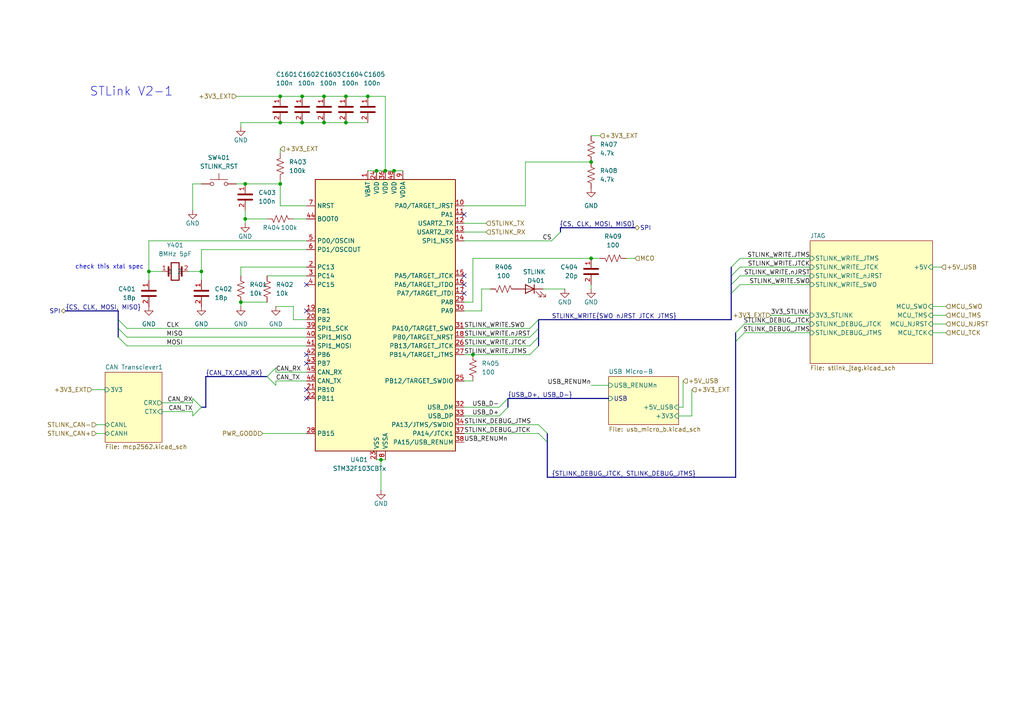
<source format=kicad_sch>
(kicad_sch (version 20250114) (generator "eeschema") (generator_version "9.0")
  (paper "A4")
  (lib_symbols
    (symbol "Device:LED" (pin_numbers (hide yes)) (pin_names (offset 1.016) (hide yes))
      (property "Reference" "D" (at 0 2.54 0))
      (property "Value" "LED" (at 0 -2.54 0))
      (symbol "LED_1_1"
        (pin passive line (at -3.81 0 0) (length 2.54) (name "K") (number "1"))
        (pin passive line (at 3.81 0 180) (length 2.54) (name "A") (number "2"))
      )
    )
    (symbol "MCU_ST_STM32F1:STM32F103CBTx"
      (property "Reference" "U2" (at -5.08 -40.64 0))
      (property "Value" "STM32F103CBTx" (at -10.16 -43.18 0))
      (symbol "STM32F103CBTx_1_1"
        (pin input line (at -17.78 33.02 0) (length 2.54) (name "NRST") (number "7"))
        (pin input line (at -17.78 29.21 0) (length 2.54) (name "BOOT0") (number "44"))
        (pin bidirectional line (at -17.78 22.86 0) (length 2.54) (name "PD0/OSCIN") (number "5"))
        (pin bidirectional line (at -17.78 20.32 0) (length 2.54) (name "PD1/OSCOUT") (number "6"))
        (pin bidirectional line (at -17.78 15.24 0) (length 2.54) (name "PC13") (number "2"))
        (pin bidirectional line (at -17.78 12.7 0) (length 2.54) (name "PC14") (number "3"))
        (pin bidirectional line (at -17.78 10.16 0) (length 2.54) (name "PC15") (number "4"))
        (pin bidirectional line (at -17.78 2.54 0) (length 2.54) (name "PB1") (number "19"))
        (pin bidirectional line (at -17.78 0 0) (length 2.54) (name "PB2") (number "20"))
        (pin bidirectional line (at -17.78 -2.54 0) (length 2.54) (name "PB3") (number "39") (alternate "SPI1_SCK" bidirectional line))
        (pin bidirectional line (at -17.78 -5.08 0) (length 2.54) (name "PB4") (number "40") (alternate "SPI1_MISO" bidirectional line))
        (pin bidirectional line (at -17.78 -7.62 0) (length 2.54) (name "PB5") (number "41") (alternate "SPI1_MOSI" bidirectional line))
        (pin bidirectional line (at -17.78 -10.16 0) (length 2.54) (name "PB6") (number "42"))
        (pin bidirectional line (at -17.78 -12.7 0) (length 2.54) (name "PB7") (number "43"))
        (pin bidirectional line (at -17.78 -15.24 0) (length 2.54) (name "PB8") (number "45") (alternate "CAN_RX" bidirectional line))
        (pin bidirectional line (at -17.78 -17.78 0) (length 2.54) (name "PB9") (number "46") (alternate "CAN_TX" bidirectional line))
        (pin bidirectional line (at -17.78 -20.32 0) (length 2.54) (name "PB10") (number "21"))
        (pin bidirectional line (at -17.78 -22.86 0) (length 2.54) (name "PB11") (number "22"))
        (pin bidirectional line (at -17.78 -33.02 0) (length 2.54) (name "PB15") (number "28"))
        (pin power_in line (at 0 43.18 270) (length 2.54) (name "VBAT") (number "1"))
        (pin power_in line (at 2.54 43.18 270) (length 2.54) (name "VDD") (number "24"))
        (pin power_in line (at 2.54 -40.64 90) (length 2.54) (name "VSS") (number "23"))
        (pin passive line (at 2.54 -40.64 90) (length 2.54) (hide yes) (name "VSS") (number "35"))
        (pin passive line (at 2.54 -40.64 90) (length 2.54) (hide yes) (name "VSS") (number "47"))
        (pin power_in line (at 5.08 43.18 270) (length 2.54) (name "VDD") (number "36"))
        (pin power_in line (at 5.08 -40.64 90) (length 2.54) (name "VSSA") (number "8"))
        (pin power_in line (at 7.62 43.18 270) (length 2.54) (name "VDD") (number "48"))
        (pin power_in line (at 10.16 43.18 270) (length 2.54) (name "VDDA") (number "9"))
        (pin bidirectional line (at 27.94 33.02 180) (length 2.54) (name "PA0/TARGET_JRST") (number "10"))
        (pin bidirectional line (at 27.94 30.48 180) (length 2.54) (name "PA1") (number "11"))
        (pin bidirectional line (at 27.94 27.94 180) (length 2.54) (name "PA2") (number "12") (alternate "USART2_TX" bidirectional line))
        (pin bidirectional line (at 27.94 25.4 180) (length 2.54) (name "PA3") (number "13") (alternate "USART2_RX" bidirectional line))
        (pin bidirectional line (at 27.94 22.86 180) (length 2.54) (name "PA4") (number "14") (alternate "SPI1_NSS" bidirectional line))
        (pin bidirectional line (at 27.94 12.7 180) (length 2.54) (name "PA5/TARGET_JTCK") (number "15") (alternate "SPI1_SCK" bidirectional line))
        (pin bidirectional line (at 27.94 10.16 180) (length 2.54) (name "PA6/TARGET_JTDO") (number "16") (alternate "SPI1_MISO" bidirectional line))
        (pin bidirectional line (at 27.94 7.62 180) (length 2.54) (name "PA7/TARGET_JTDI") (number "17") (alternate "SPI1_MOSI" bidirectional line))
        (pin bidirectional line (at 27.94 5.08 180) (length 2.54) (name "PA8") (number "29"))
        (pin bidirectional line (at 27.94 2.54 180) (length 2.54) (name "PA9") (number "30"))
        (pin bidirectional line (at 27.94 -2.54 180) (length 2.54) (name "PA10/TARGET_SWO") (number "31"))
        (pin bidirectional line (at 27.94 -5.08 180) (length 2.54) (name "PB0/TARGET_NRST") (number "18"))
        (pin bidirectional line (at 27.94 -7.62 180) (length 2.54) (name "PB13/TARGET_JTCK") (number "26"))
        (pin bidirectional line (at 27.94 -10.16 180) (length 2.54) (name "PB14/TARGET_JTMS") (number "27"))
        (pin bidirectional line (at 27.94 -17.78 180) (length 2.54) (name "PB12/TARGET_SWDIO") (number "25"))
        (pin bidirectional line (at 27.94 -25.4 180) (length 2.54) (name "PA11/USB_D-") (number "32") (alternate "CAN_RX" bidirectional line) (alternate "USB_DM" bidirectional line))
        (pin bidirectional line (at 27.94 -27.94 180) (length 2.54) (name "PA12/USB0_D+") (number "33") (alternate "CAN_TX" bidirectional line) (alternate "USB_DP" bidirectional line))
        (pin bidirectional line (at 27.94 -30.48 180) (length 2.54) (name "PA13/JTMS/SWDIO") (number "34"))
        (pin bidirectional line (at 27.94 -33.02 180) (length 2.54) (name "PA14/JTCK1") (number "37"))
        (pin bidirectional line (at 27.94 -35.56 180) (length 2.54) (name "PA15/USB_RENUM") (number "38") (alternate "SPI1_NSS" bidirectional line))
      )
    )
    (symbol "Switch:SW_Push" (pin_numbers (hide yes)) (pin_names (offset 1.016) (hide yes))
      (property "Reference" "SW" (at 1.27 2.54 0))
      (property "Value" "SW_Push" (at 0 -1.524 0))
      (symbol "SW_Push_0_1"
        (pin passive line (at -5.08 0 0) (length 2.54) (name "1") (number "1"))
        (pin passive line (at 5.08 0 180) (length 2.54) (name "2") (number "2"))
      )
    )
    (symbol "bfr_capacitors:0402CG180J500NT"
      (property "Reference" "C" (at 0 2.54 0))
      (property "Value" "18p" (at 1.27 2.54 0))
      (symbol "0402CG180J500NT_1_1"
        (pin passive line (at 0 3.81 270) (length 2.794) (name "~") (number "1"))
        (pin passive line (at 0 -3.81 90) (length 2.794) (name "~") (number "2"))
      )
    )
    (symbol "bfr_capacitors:0402CG200J500NT"
      (property "Reference" "C" (at 0 2.54 0))
      (property "Value" "20p" (at 1.27 2.54 0))
      (symbol "0402CG200J500NT_1_1"
        (pin passive line (at 0 3.81 270) (length 2.794) (name "~") (number "1"))
        (pin passive line (at 0 -3.81 90) (length 2.794) (name "~") (number "2"))
      )
    )
    (symbol "bfr_capacitors:CL05B104KB54PNC"
      (property "Reference" "C" (at 0 2.54 0))
      (property "Value" "100n" (at 1.27 2.54 0))
      (symbol "CL05B104KB54PNC_1_1"
        (pin passive line (at 0 3.81 270) (length 2.794) (name "~") (number "1"))
        (pin passive line (at 0 -3.81 90) (length 2.794) (name "~") (number "2"))
      )
    )
    (symbol "bfr_resistors:RMCF0402FT100K" (pin_numbers (hide yes))
      (property "Reference" "R" (at 0 2.54 0))
      (property "Value" "100k" (at 1.27 2.54 0))
      (symbol "RMCF0402FT100K_1_1"
        (pin passive line (at -3.81 0 0) (length 1.27) (name "~") (number "1"))
        (pin passive line (at 3.81 0 180) (length 1.27) (name "~") (number "2"))
      )
    )
    (symbol "bfr_resistors:RMCF0402FT100R" (pin_numbers (hide yes))
      (property "Reference" "R" (at 0 2.54 0))
      (property "Value" "100" (at 1.27 2.54 0))
      (symbol "RMCF0402FT100R_1_1"
        (pin passive line (at -3.81 0 0) (length 1.27) (name "~") (number "1"))
        (pin passive line (at 3.81 0 180) (length 1.27) (name "~") (number "2"))
      )
    )
    (symbol "bfr_resistors:RMCF0402FT10K0" (pin_numbers (hide yes))
      (property "Reference" "R" (at 0 2.54 0))
      (property "Value" "10k" (at 1.27 2.54 0))
      (symbol "RMCF0402FT10K0_1_1"
        (pin passive line (at -3.81 0 0) (length 1.27) (name "~") (number "1"))
        (pin passive line (at 3.81 0 180) (length 1.27) (name "~") (number "2"))
      )
    )
    (symbol "bfr_resistors:RMCF0402FT4K70" (pin_numbers (hide yes))
      (property "Reference" "R" (at 0 2.54 0))
      (property "Value" "4.7k" (at 1.27 2.54 0))
      (symbol "RMCF0402FT4K70_1_1"
        (pin passive line (at -3.81 0 0) (length 1.27) (name "~") (number "1"))
        (pin passive line (at 3.81 0 180) (length 1.27) (name "~") (number "2"))
      )
    )
    (symbol "bfr_utilities:407F39E008M0000"
      (property "Reference" "Y" (at 0 6.35 0))
      (property "Value" "8MHz 5pF" (at 0 3.81 0))
      (symbol "407F39E008M0000_1_1"
        (pin passive line (at -3.81 0 0) (length 1.27) (name "1") (number "1"))
        (pin passive line (at 3.81 0 180) (length 1.27) (name "2") (number "2"))
      )
    )
    (symbol "power:GND" (power) (pin_numbers (hide yes)) (pin_names (offset 0) (hide yes))
      (property "Value" "GND" (at 0 -3.81 0))
      (symbol "GND_1_1"
        (pin power_in line (at 0 0 270) (length 0) (name "~") (number "1"))
      )
    )
  )
  (text "STLink V2-1" (at 38.1 26.67 0) (effects (font (size 2.54 2.54))))
  (text "check this xtal spec" (at 31.75 77.47 0) (effects (font (size 1.27 1.27))))
  (junction (at 58.42 78.74))
  (junction (at 71.12 53.34))
  (junction (at 81.28 53.34))
  (junction (at 81.28 35.56))
  (junction (at 93.98 35.56))
  (junction (at 111.76 49.53))
  (junction (at 69.85 87.63))
  (junction (at 100.33 27.94))
  (junction (at 71.12 63.5))
  (junction (at 171.45 74.93))
  (junction (at 93.98 27.94))
  (junction (at 137.16 102.87))
  (junction (at 100.33 35.56))
  (junction (at 106.68 27.94))
  (junction (at 114.3 49.53))
  (junction (at 87.63 27.94))
  (junction (at 110.49 133.35))
  (junction (at 171.45 46.99))
  (junction (at 43.18 78.74))
  (junction (at 81.28 27.94))
  (junction (at 87.63 35.56))
  (junction (at 109.22 49.53))
  (no_connect (at 134.62 82.55))
  (no_connect (at 88.9 82.55))
  (no_connect (at 134.62 80.01))
  (no_connect (at 88.9 102.87))
  (no_connect (at 88.9 105.41))
  (no_connect (at 134.62 62.23))
  (no_connect (at 88.9 115.57))
  (no_connect (at 88.9 113.03))
  (no_connect (at 88.9 90.17))
  (no_connect (at 134.62 85.09))
  (bus_entry (at 213.36 99.06) (size 2.54 -2.54))
  (bus_entry (at 212.09 80.01) (size 2.54 -2.54))
  (bus_entry (at 156.21 100.33) (size -2.54 2.54))
  (bus_entry (at 58.42 118.11) (size -2.54 -2.54))
  (bus_entry (at 212.09 77.47) (size 2.54 -2.54))
  (bus_entry (at 212.09 82.55) (size 2.54 -2.54))
  (bus_entry (at 34.29 97.79) (size 2.54 2.54))
  (bus_entry (at 77.47 109.22) (size 2.54 -2.54))
  (bus_entry (at 212.09 85.09) (size 2.54 -2.54))
  (bus_entry (at 156.21 125.73) (size 2.54 2.54))
  (bus_entry (at 213.36 96.52) (size 2.54 -2.54))
  (bus_entry (at 162.56 67.31) (size -2.54 2.54))
  (bus_entry (at 156.21 123.19) (size 2.54 2.54))
  (bus_entry (at 34.29 92.71) (size 2.54 2.54))
  (bus_entry (at 147.32 115.57) (size -2.54 2.54))
  (bus_entry (at 147.32 118.11) (size -2.54 2.54))
  (bus_entry (at 156.21 95.25) (size -2.54 2.54))
  (bus_entry (at 156.21 97.79) (size -2.54 2.54))
  (bus_entry (at 156.21 92.71) (size -2.54 2.54))
  (bus_entry (at 58.42 118.11) (size -2.54 2.54))
  (bus_entry (at 77.47 109.22) (size 2.54 2.54))
  (bus_entry (at 34.29 95.25) (size 2.54 2.54))
  (wire (pts (xy 43.18 78.74) (xy 46.99 78.74)))
  (wire (pts (xy 80.01 106.68) (xy 80.01 107.95)))
  (wire (pts (xy 109.22 49.53) (xy 111.76 49.53)))
  (wire (pts (xy 137.16 102.87) (xy 153.67 102.87)))
  (wire (pts (xy 139.7 90.17) (xy 134.62 90.17)))
  (wire (pts (xy 114.3 49.53) (xy 116.84 49.53)))
  (wire (pts (xy 69.85 80.01) (xy 69.85 77.47)))
  (wire (pts (xy 85.09 88.9) (xy 85.09 92.71)))
  (wire (pts (xy 36.83 97.79) (xy 88.9 97.79)))
  (bus (pts (xy 212.09 80.01) (xy 212.09 82.55)))
  (wire (pts (xy 55.88 53.34) (xy 58.42 53.34)))
  (wire (pts (xy 93.98 35.56) (xy 87.63 35.56)))
  (bus (pts (xy 213.36 99.06) (xy 213.36 138.43)))
  (wire (pts (xy 80.01 110.49) (xy 88.9 110.49)))
  (wire (pts (xy 142.24 83.82) (xy 139.7 83.82)))
  (wire (pts (xy 106.68 27.94) (xy 111.76 27.94)))
  (wire (pts (xy 106.68 35.56) (xy 100.33 35.56)))
  (wire (pts (xy 69.85 35.56) (xy 69.85 36.83)))
  (wire (pts (xy 27.94 125.73) (xy 30.48 125.73)))
  (wire (pts (xy 71.12 53.34) (xy 81.28 53.34)))
  (wire (pts (xy 137.16 110.49) (xy 134.62 110.49)))
  (wire (pts (xy 43.18 69.85) (xy 43.18 78.74)))
  (wire (pts (xy 111.76 49.53) (xy 114.3 49.53)))
  (bus (pts (xy 156.21 95.25) (xy 156.21 97.79)))
  (wire (pts (xy 152.4 59.69) (xy 134.62 59.69)))
  (wire (pts (xy 71.12 63.5) (xy 71.12 64.77)))
  (wire (pts (xy 274.32 96.52) (xy 270.51 96.52)))
  (wire (pts (xy 137.16 74.93) (xy 137.16 87.63)))
  (wire (pts (xy 81.28 59.69) (xy 88.9 59.69)))
  (wire (pts (xy 87.63 27.94) (xy 93.98 27.94)))
  (bus (pts (xy 158.75 138.43) (xy 213.36 138.43)))
  (wire (pts (xy 223.52 91.44) (xy 234.95 91.44)))
  (wire (pts (xy 69.85 87.63) (xy 69.85 88.9)))
  (wire (pts (xy 134.62 100.33) (xy 153.67 100.33)))
  (wire (pts (xy 163.83 83.82) (xy 157.48 83.82)))
  (bus (pts (xy 147.32 118.11) (xy 147.32 115.57)))
  (wire (pts (xy 134.62 87.63) (xy 137.16 87.63)))
  (wire (pts (xy 71.12 60.96) (xy 71.12 63.5)))
  (wire (pts (xy 139.7 83.82) (xy 139.7 90.17)))
  (bus (pts (xy 162.56 66.04) (xy 162.56 67.31)))
  (wire (pts (xy 85.09 63.5) (xy 88.9 63.5)))
  (wire (pts (xy 55.88 60.96) (xy 55.88 53.34)))
  (bus (pts (xy 59.69 109.22) (xy 77.47 109.22)))
  (wire (pts (xy 93.98 27.94) (xy 100.33 27.94)))
  (wire (pts (xy 214.63 74.93) (xy 234.95 74.93)))
  (bus (pts (xy 19.05 90.17) (xy 34.29 90.17)))
  (bus (pts (xy 158.75 128.27) (xy 158.75 138.43)))
  (bus (pts (xy 34.29 90.17) (xy 34.29 92.71)))
  (wire (pts (xy 214.63 80.01) (xy 234.95 80.01)))
  (bus (pts (xy 212.09 85.09) (xy 212.09 92.71)))
  (wire (pts (xy 55.88 120.65) (xy 55.88 119.38)))
  (wire (pts (xy 69.85 77.47) (xy 88.9 77.47)))
  (bus (pts (xy 212.09 82.55) (xy 212.09 85.09)))
  (wire (pts (xy 100.33 35.56) (xy 93.98 35.56)))
  (wire (pts (xy 137.16 74.93) (xy 171.45 74.93)))
  (bus (pts (xy 158.75 125.73) (xy 158.75 128.27)))
  (wire (pts (xy 71.12 63.5) (xy 77.47 63.5)))
  (wire (pts (xy 171.45 111.76) (xy 176.53 111.76)))
  (wire (pts (xy 58.42 81.28) (xy 58.42 78.74)))
  (wire (pts (xy 55.88 115.57) (xy 55.88 116.84)))
  (wire (pts (xy 198.12 110.49) (xy 198.12 118.11)))
  (wire (pts (xy 134.62 125.73) (xy 156.21 125.73)))
  (wire (pts (xy 77.47 87.63) (xy 69.85 87.63)))
  (wire (pts (xy 110.49 133.35) (xy 111.76 133.35)))
  (wire (pts (xy 110.49 133.35) (xy 109.22 133.35)))
  (wire (pts (xy 100.33 27.94) (xy 106.68 27.94)))
  (wire (pts (xy 171.45 74.93) (xy 173.99 74.93)))
  (wire (pts (xy 200.66 113.03) (xy 200.66 120.65)))
  (wire (pts (xy 68.58 53.34) (xy 71.12 53.34)))
  (wire (pts (xy 81.28 52.07) (xy 81.28 53.34)))
  (wire (pts (xy 196.85 118.11) (xy 198.12 118.11)))
  (wire (pts (xy 134.62 97.79) (xy 153.67 97.79)))
  (wire (pts (xy 80.01 111.76) (xy 80.01 110.49)))
  (bus (pts (xy 147.32 115.57) (xy 176.53 115.57)))
  (wire (pts (xy 55.88 119.38) (xy 46.99 119.38)))
  (wire (pts (xy 110.49 142.24) (xy 110.49 133.35)))
  (wire (pts (xy 152.4 46.99) (xy 152.4 59.69)))
  (wire (pts (xy 134.62 69.85) (xy 160.02 69.85)))
  (wire (pts (xy 173.99 39.37) (xy 171.45 39.37)))
  (bus (pts (xy 156.21 92.71) (xy 156.21 95.25)))
  (wire (pts (xy 214.63 82.55) (xy 234.95 82.55)))
  (wire (pts (xy 134.62 118.11) (xy 144.78 118.11)))
  (wire (pts (xy 85.09 92.71) (xy 88.9 92.71)))
  (bus (pts (xy 156.21 92.71) (xy 212.09 92.71)))
  (wire (pts (xy 43.18 78.74) (xy 43.18 81.28)))
  (wire (pts (xy 77.47 80.01) (xy 88.9 80.01)))
  (wire (pts (xy 200.66 120.65) (xy 196.85 120.65)))
  (bus (pts (xy 59.69 118.11) (xy 58.42 118.11)))
  (wire (pts (xy 81.28 27.94) (xy 87.63 27.94)))
  (wire (pts (xy 274.32 88.9) (xy 270.51 88.9)))
  (wire (pts (xy 274.32 91.44) (xy 270.51 91.44)))
  (wire (pts (xy 58.42 72.39) (xy 58.42 78.74)))
  (bus (pts (xy 213.36 96.52) (xy 213.36 99.06)))
  (wire (pts (xy 54.61 78.74) (xy 58.42 78.74)))
  (wire (pts (xy 171.45 83.82) (xy 171.45 82.55)))
  (wire (pts (xy 81.28 35.56) (xy 69.85 35.56)))
  (bus (pts (xy 34.29 95.25) (xy 34.29 97.79)))
  (wire (pts (xy 26.67 113.03) (xy 30.48 113.03)))
  (wire (pts (xy 134.62 102.87) (xy 137.16 102.87)))
  (wire (pts (xy 80.01 88.9) (xy 85.09 88.9)))
  (wire (pts (xy 88.9 125.73) (xy 76.2 125.73)))
  (wire (pts (xy 36.83 95.25) (xy 88.9 95.25)))
  (wire (pts (xy 81.28 44.45) (xy 81.28 43.18)))
  (wire (pts (xy 58.42 72.39) (xy 88.9 72.39)))
  (wire (pts (xy 214.63 77.47) (xy 234.95 77.47)))
  (bus (pts (xy 184.15 66.04) (xy 162.56 66.04)))
  (wire (pts (xy 273.05 77.47) (xy 270.51 77.47)))
  (wire (pts (xy 81.28 53.34) (xy 81.28 59.69)))
  (bus (pts (xy 34.29 92.71) (xy 34.29 95.25)))
  (wire (pts (xy 152.4 46.99) (xy 171.45 46.99)))
  (wire (pts (xy 106.68 49.53) (xy 109.22 49.53)))
  (wire (pts (xy 55.88 116.84) (xy 46.99 116.84)))
  (wire (pts (xy 134.62 95.25) (xy 153.67 95.25)))
  (wire (pts (xy 274.32 93.98) (xy 270.51 93.98)))
  (bus (pts (xy 156.21 97.79) (xy 156.21 100.33)))
  (wire (pts (xy 68.58 27.94) (xy 81.28 27.94)))
  (wire (pts (xy 134.62 123.19) (xy 156.21 123.19)))
  (wire (pts (xy 87.63 35.56) (xy 81.28 35.56)))
  (wire (pts (xy 111.76 27.94) (xy 111.76 49.53)))
  (wire (pts (xy 181.61 74.93) (xy 184.15 74.93)))
  (wire (pts (xy 36.83 100.33) (xy 88.9 100.33)))
  (wire (pts (xy 140.97 67.31) (xy 134.62 67.31)))
  (wire (pts (xy 215.9 96.52) (xy 234.95 96.52)))
  (wire (pts (xy 80.01 107.95) (xy 88.9 107.95)))
  (bus (pts (xy 59.69 118.11) (xy 59.69 109.22)))
  (wire (pts (xy 144.78 120.65) (xy 134.62 120.65)))
  (wire (pts (xy 27.94 123.19) (xy 30.48 123.19)))
  (bus (pts (xy 212.09 77.47) (xy 212.09 80.01)))
  (wire (pts (xy 215.9 93.98) (xy 234.95 93.98)))
  (wire (pts (xy 43.18 69.85) (xy 88.9 69.85)))
  (wire (pts (xy 140.97 64.77) (xy 134.62 64.77)))
  (label "STLINK_DEBUG_JTCK" (at 134.62 125.73 0))
  (label "STLINK_DEBUG_JTMS" (at 234.95 96.52 180))
  (label "CAN_TX" (at 80.01 110.49 0))
  (label "MISO" (at 48.26 97.79 0))
  (label "STLINK_WRITE.nJRST" (at 234.95 80.01 180))
  (label "CLK" (at 48.26 95.25 0))
  (label "USB_D+" (at 144.78 120.65 180))
  (label "USB_RENUMn" (at 171.45 111.76 180))
  (label "STLINK_DEBUG_JTMS" (at 134.62 123.19 0))
  (label "3V3_STLINK" (at 223.52 91.44 0))
  (label "STLINK_WRITE.JTMS" (at 234.95 74.93 180))
  (label "STLINK_WRITE.JTCK" (at 134.62 100.33 0))
  (label "{USB_D+, USB_D-}" (at 147.32 115.57 0))
  (label "CAN_TX" (at 55.88 119.38 180))
  (label "STLINK_WRITE.JTMS" (at 134.62 102.87 0))
  (label "CS" (at 160.02 69.85 180))
  (label "CAN_RX" (at 55.88 116.84 180))
  (label "MOSI" (at 48.26 100.33 0))
  (label "{CS, CLK, MOSI, MISO}" (at 19.05 90.17 0))
  (label "STLINK_WRITE.SWO" (at 234.95 82.55 180))
  (label "{STLINK_DEBUG_JTCK, STLINK_DEBUG_JTMS}" (at 160.02 138.43 0))
  (label "STLINK_WRITE{SWO nJRST JTCK JTMS}" (at 160.02 92.71 0))
  (label "STLINK_DEBUG_JTCK" (at 234.95 93.98 180))
  (label "STLINK_WRITE.JTCK" (at 234.95 77.47 180))
  (label "USB_RENUMn" (at 134.62 128.27 0))
  (label "STLINK_WRITE.SWO" (at 134.62 95.25 0))
  (label "STLINK_WRITE.nJRST" (at 134.62 97.79 0))
  (label "{CS, CLK, MOSI, MISO}" (at 184.15 66.04 180))
  (label "CAN_RX" (at 80.01 107.95 0))
  (label "{CAN_TX,CAN_RX}" (at 59.69 109.22 0))
  (label "USB_D-" (at 144.78 118.11 180))
  (hierarchical_label "+3V3_EXT" (shape input) (at 68.58 27.94 180))
  (hierarchical_label "STLINK_TX" (shape input) (at 140.97 64.77 0))
  (hierarchical_label "SPI" (shape bidirectional) (at 19.05 90.17 180))
  (hierarchical_label "STLINK_RX" (shape input) (at 140.97 67.31 0))
  (hierarchical_label "MCU_SWO" (shape input) (at 274.32 88.9 0))
  (hierarchical_label "+5V_USB" (shape input) (at 198.12 110.49 0))
  (hierarchical_label "STLINK_CAN+" (shape input) (at 27.94 125.73 180))
  (hierarchical_label "+3V3_EXT" (shape input) (at 173.99 39.37 0))
  (hierarchical_label "MCU_TCK" (shape input) (at 274.32 96.52 0))
  (hierarchical_label "+3V3_EXT" (shape input) (at 223.52 91.44 180))
  (hierarchical_label "MCO" (shape input) (at 184.15 74.93 0))
  (hierarchical_label "MCU_TMS" (shape input) (at 274.32 91.44 0))
  (hierarchical_label "PWR_GOOD" (shape input) (at 76.2 125.73 180))
  (hierarchical_label "+3V3_EXT" (shape input) (at 81.28 43.18 0))
  (hierarchical_label "SPI" (shape bidirectional) (at 184.15 66.04 0))
  (hierarchical_label "+5V_USB" (shape input) (at 273.05 77.47 0))
  (hierarchical_label "+3V3_EXT" (shape input) (at 26.67 113.03 180))
  (hierarchical_label "+3V3_EXT" (shape input) (at 200.66 113.03 0))
  (hierarchical_label "MCU_NJRST" (shape input) (at 274.32 93.98 0))
  (hierarchical_label "STLINK_CAN-" (shape input) (at 27.94 123.19 180))
  (symbol (lib_id "bfr_resistors:RMCF0402FT4K70") (at 171.45 50.8 90) (unit 1)
    (property "Reference" "R408" (at 173.99 49.5299 90) (effects (justify right)))
    (property "Value" "4.7k" (at 173.99 52.0699 90) (effects (justify right)))
    (property "Footprint" "Resistor_SMD:R_0402_1005Metric_Pad0.72x0.64mm_HandSolder" (effects (hide yes)))
    (property "Datasheet" "https://www.seielect.com/catalog/sei-rmcf_rmcp.pdf" (effects (hide yes)))
    (property "Description" "4.7kΩ 0402 JLCPCB Basic Resistor" (effects (hide yes)))
    (property "Sim.Device" "SUBCKT" (effects (hide yes)))
    (property "Sim.Pins" "1=P1 2=P2" (effects (hide yes)))
    (property "Sim.Library" "${BFRUH_DIR}/Electronics/spice_models/bfr_resistors/RMCF0402FT4K70.lib" (effects (hide yes)))
    (property "Sim.Name" "RMCF0402FT4K70" (effects (hide yes)))
    (property "Pretty Name" "4.7kΩ 0402 Resistor" (effects (hide yes)))
    (property "Order From" "LCSC" (effects (hide yes)))
    (property "Digikey P/N" "RMCF0402FT4K70CT-ND" (effects (hide yes)))
    (property "Mouser P/N" "708-RMCF0402FT4K70" (effects (hide yes)))
    (property "LCSC P/N" "C25900" (effects (hide yes)))
    (property "JLCPCB Basic Part" "Yes" (effects (hide yes)))
    (property "Created by" "resistor_generator.py script using jlcbasic_0402_1206_resistor_spec.txt" (effects (hide yes)))
    (instances (project "DU UC V1 - Minnow" (path "" (reference "R408") (unit 1))) (project "STM32F446 breakout V1 - Garibaldi" (path "" (reference "R12") (unit 1))))
  )
  (symbol (lib_id "Device:LED") (at 153.67 83.82 0) (mirror y) (unit 1)
    (property "Reference" "D401" (at 152.908 81.407 0) (effects (justify right)))
    (property "Value" "STLINK" (at 151.638 78.867 0) (effects (justify right)))
    (property "Footprint" "LED_SMD:LED_0603_1608Metric" (effects (hide yes)))
    (property "Datasheet" "https://www.lcsc.com/datasheet/lcsc_datasheet_1810231112_Hubei-KENTO-Elec-KT-0603R_C2286.pdf" (effects (hide yes)))
    (property "Description" "Light emitting diode" (effects (hide yes)))
    (property "JLCPCB Basic Part" "Yes" (effects (hide yes)))
    (property "Order From" "LCSC" (effects (hide yes)))
    (property "Manufacturer_Part_Number" " KT-0603R" (effects (hide yes)))
    (property "Pretty Name" "Red 0603 LED" (effects (hide yes)))
    (property "LCSC Part #" "C2286" (effects (hide yes)))
    (property "Manufacturer P/N" " KT-0603R" (effects (hide yes)))
    (property "Created By" "Manual Entry" (effects (hide yes)))
    (instances (project "DU UC V1 - Minnow" (path "" (reference "D401") (unit 1))) (project "STM32F446 breakout V1 - Garibaldi" (path "" (reference "D5") (unit 1))))
  )
  (symbol (lib_id "power:GND") (at 80.01 88.9 0) (unit 1)
    (property "Reference" "#PWR0406" (effects (hide yes)))
    (property "Value" "GND" (at 80.01 93.98 0))
    (property "Description" "Power symbol creates a global label with name \"GND\" , ground" (effects (hide yes)))
    (instances (project "DU UC V1 - Minnow" (path "" (reference "#PWR0406") (unit 1))) (project "STM32F446 breakout V1 - Garibaldi" (path "" (reference "#PWR030") (unit 1))))
  )
  (symbol (lib_id "bfr_resistors:RMCF0402FT100K") (at 81.28 63.5 0) (mirror y) (unit 1)
    (property "Reference" "R404" (at 78.74 66.04 0))
    (property "Value" "100k" (at 83.82 66.04 0))
    (property "Footprint" "Resistor_SMD:R_0402_1005Metric_Pad0.72x0.64mm_HandSolder" (effects (hide yes)))
    (property "Datasheet" "https://www.seielect.com/catalog/sei-rmcf_rmcp.pdf" (effects (hide yes)))
    (property "Description" "100kΩ 0402 JLCPCB Basic Resistor" (effects (hide yes)))
    (property "Sim.Device" "SUBCKT" (effects (hide yes)))
    (property "Sim.Pins" "1=P1 2=P2" (effects (hide yes)))
    (property "Sim.Library" "${BFRUH_DIR}/Electronics/spice_models/bfr_resistors/RMCF0402FT100K.lib" (effects (hide yes)))
    (property "Sim.Name" "RMCF0402FT100K" (effects (hide yes)))
    (property "Pretty Name" "100kΩ 0402 Resistor" (effects (hide yes)))
    (property "Order From" "LCSC" (effects (hide yes)))
    (property "Digikey P/N" "RMCF0402FT100KCT-ND" (effects (hide yes)))
    (property "Mouser P/N" "708-RMCF0402FT100K" (effects (hide yes)))
    (property "LCSC P/N" "C25741" (effects (hide yes)))
    (property "JLCPCB Basic Part" "Yes" (effects (hide yes)))
    (property "Created by" "resistor_generator.py script using jlcbasic_0402_1206_resistor_spec.txt" (effects (hide yes)))
    (instances (project "DU UC V1 - Minnow" (path "" (reference "R404") (unit 1))) (project "STM32F446 breakout V1 - Garibaldi" (path "" (reference "R8") (unit 1))))
  )
  (symbol (lib_id "bfr_resistors:RMCF0402FT100R") (at 146.05 83.82 0) (mirror y) (unit 1)
    (property "Reference" "R406" (at 146.05 77.47 0))
    (property "Value" "100" (at 146.05 80.01 0))
    (property "Footprint" "Resistor_SMD:R_0402_1005Metric_Pad0.72x0.64mm_HandSolder" (effects (hide yes)))
    (property "Datasheet" "https://www.seielect.com/catalog/sei-rmcf_rmcp.pdf" (effects (hide yes)))
    (property "Description" "100Ω 0402 JLCPCB Basic Resistor" (effects (hide yes)))
    (property "Sim.Device" "SUBCKT" (effects (hide yes)))
    (property "Sim.Pins" "1=P1 2=P2" (effects (hide yes)))
    (property "Sim.Library" "${BFRUH_DIR}/Electronics/spice_models/bfr_resistors/RMCF0402FT100R.lib" (effects (hide yes)))
    (property "Sim.Name" "RMCF0402FT100R" (effects (hide yes)))
    (property "Pretty Name" "100Ω 0402 Resistor" (effects (hide yes)))
    (property "Order From" "LCSC" (effects (hide yes)))
    (property "Digikey P/N" "RMCF0402FT100RCT-ND" (effects (hide yes)))
    (property "Mouser P/N" "708-RMCF0402FT100R" (effects (hide yes)))
    (property "LCSC P/N" "C25076" (effects (hide yes)))
    (property "JLCPCB Basic Part" "Yes" (effects (hide yes)))
    (property "Created by" "resistor_generator.py script using jlcbasic_0402_1206_resistor_spec.txt" (effects (hide yes)))
    (instances (project "DU UC V1 - Minnow" (path "" (reference "R406") (unit 1))) (project "STM32F446 breakout V1 - Garibaldi" (path "" (reference "R10") (unit 1))))
  )
  (symbol (lib_id "bfr_resistors:RMCF0402FT100K") (at 81.28 48.26 270) (mirror x) (unit 1)
    (property "Reference" "R403" (at 83.82 46.9899 90) (effects (justify left)))
    (property "Value" "100k" (at 83.82 49.5299 90) (effects (justify left)))
    (property "Footprint" "Resistor_SMD:R_0402_1005Metric_Pad0.72x0.64mm_HandSolder" (effects (hide yes)))
    (property "Datasheet" "https://www.seielect.com/catalog/sei-rmcf_rmcp.pdf" (effects (hide yes)))
    (property "Description" "100kΩ 0402 JLCPCB Basic Resistor" (effects (hide yes)))
    (property "Sim.Device" "SUBCKT" (effects (hide yes)))
    (property "Sim.Pins" "1=P1 2=P2" (effects (hide yes)))
    (property "Sim.Library" "${BFRUH_DIR}/Electronics/spice_models/bfr_resistors/RMCF0402FT100K.lib" (effects (hide yes)))
    (property "Sim.Name" "RMCF0402FT100K" (effects (hide yes)))
    (property "Pretty Name" "100kΩ 0402 Resistor" (effects (hide yes)))
    (property "Order From" "LCSC" (effects (hide yes)))
    (property "Digikey P/N" "RMCF0402FT100KCT-ND" (effects (hide yes)))
    (property "Mouser P/N" "708-RMCF0402FT100K" (effects (hide yes)))
    (property "LCSC P/N" "C25741" (effects (hide yes)))
    (property "JLCPCB Basic Part" "Yes" (effects (hide yes)))
    (property "Created by" "resistor_generator.py script using jlcbasic_0402_1206_resistor_spec.txt" (effects (hide yes)))
    (instances (project "DU UC V1 - Minnow" (path "" (reference "R403") (unit 1))) (project "" (path "" (reference "R7") (unit 1))))
  )
  (symbol (lib_id "power:GND") (at 71.12 64.77 0) (unit 1)
    (property "Reference" "#PWR0405" (effects (hide yes)))
    (property "Value" "GND" (at 71.12 68.58 0))
    (property "Description" "Power symbol creates a global label with name \"GND\" , ground" (effects (hide yes)))
    (instances (project "DU UC V1 - Minnow" (path "" (reference "#PWR0405") (unit 1))) (project "STM32F446 breakout V1 - Garibaldi" (path "" (reference "#PWR029") (unit 1))))
  )
  (symbol (lib_id "power:GND") (at 171.45 83.82 0) (mirror y) (unit 1)
    (property "Reference" "#PWR0410" (effects (hide yes)))
    (property "Value" "GND" (at 171.45 87.63 0))
    (property "Description" "Power symbol creates a global label with name \"GND\" , ground" (effects (hide yes)))
    (instances (project "DU UC V1 - Minnow" (path "" (reference "#PWR0410") (unit 1))) (project "STM32F446 breakout V1 - Garibaldi" (path "" (reference "#PWR034") (unit 1))))
  )
  (symbol (lib_id "power:GND") (at 163.83 83.82 0) (mirror y) (unit 1)
    (property "Reference" "#PWR0408" (effects (hide yes)))
    (property "Value" "GND" (at 163.83 87.63 0))
    (property "Description" "Power symbol creates a global label with name \"GND\" , ground" (effects (hide yes)))
    (instances (project "DU UC V1 - Minnow" (path "" (reference "#PWR0408") (unit 1))) (project "STM32F446 breakout V1 - Garibaldi" (path "" (reference "#PWR033") (unit 1))))
  )
  (symbol (lib_id "bfr_capacitors:0402CG180J500NT") (at 58.42 85.09 0) (unit 1)
    (property "Reference" "C402" (at 62.23 83.8199 0) (effects (justify left)))
    (property "Value" "18p" (at 62.23 86.3599 0) (effects (justify left)))
    (property "Footprint" "Capacitor_SMD:C_0402_1005Metric_Pad0.74x0.62mm_HandSolder" (effects (hide yes)))
    (property "Description" "18pF±5% C0G 50V JLCPCB Basic 0402 Capacitor" (effects (hide yes)))
    (property "Sim.Device" "SUBCKT" (effects (hide yes)))
    (property "Sim.Pins" "1=P1 2=P2" (effects (hide yes)))
    (property "Sim.Library" "${BFRUH_DIR}/Electronics/spice_models/bfr_capacitors/0402CG180J500NT.lib" (effects (hide yes)))
    (property "Sim.Name" "0402CG180J500NT" (effects (hide yes)))
    (property "Pretty Name" "18pF C0G 50V 0402 Capacitor" (effects (hide yes)))
    (property "Order From" "LCSC" (effects (hide yes)))
    (property "LCSC P/N" "C1549" (effects (hide yes)))
    (property "JLCPCB Basic Part" "Yes" (effects (hide yes)))
    (property "Created by" "capacitor_generator.py script using jlcbasic_additional_capacitor_spec.txt" (effects (hide yes)))
    (instances (project "DU UC V1 - Minnow" (path "" (reference "C402") (unit 1))) (project "STM32F446 breakout V1 - Garibaldi" (path "" (reference "C16") (unit 1))))
  )
  (symbol (lib_id "power:GND") (at 171.45 54.61 0) (unit 1)
    (property "Reference" "#PWR0409" (effects (hide yes)))
    (property "Value" "GND" (at 171.45 59.69 0))
    (property "Description" "Power symbol creates a global label with name \"GND\" , ground" (effects (hide yes)))
    (instances (project "DU UC V1 - Minnow" (path "" (reference "#PWR0409") (unit 1))) (project "STM32F446 breakout V1 - Garibaldi" (path "" (reference "#PWR032") (unit 1))))
  )
  (symbol (lib_id "bfr_capacitors:CL05B104KB54PNC") (at 87.63 31.75 0) (unit 1)
    (property "Reference" "C1602" (at 86.36 21.59 0) (effects (justify left)))
    (property "Value" "100n" (at 86.36 24.13 0) (effects (justify left)))
    (property "Footprint" "Capacitor_SMD:C_0402_1005Metric_Pad0.74x0.62mm_HandSolder" (effects (hide yes)))
    (property "Description" "100nF±10% X7R 50V JLCPCB Basic 0402 Capacitor" (effects (hide yes)))
    (property "Sim.Device" "SUBCKT" (effects (hide yes)))
    (property "Sim.Pins" "1=P1 2=P2" (effects (hide yes)))
    (property "Sim.Library" "${BFRUH_DIR}/Electronics/spice_models/bfr_capacitors/CL05B104KB54PNC.lib" (effects (hide yes)))
    (property "Sim.Name" "CL05B104KB54PNC" (effects (hide yes)))
    (property "Pretty Name" "100nF X7R 50V 0402 Capacitor" (effects (hide yes)))
    (property "Order From" "LCSC" (effects (hide yes)))
    (property "Digikey P/N" "478-KGM15BR71H104KTCT-ND" (effects (hide yes)))
    (property "Mouser P/N" "581-06035C104KAT2A" (effects (hide yes)))
    (property "LCSC P/N" "C307331" (effects (hide yes)))
    (property "JLCPCB Basic Part" "Yes" (effects (hide yes)))
    (property "Created by" "capacitor_generator.py script using jlcbasic_additional_capacitor_spec.txt" (effects (hide yes)))
  )
  (symbol (lib_id "Switch:SW_Push") (at 63.5 53.34 0) (unit 1)
    (property "Reference" "SW401" (at 63.5 45.72 0))
    (property "Value" "STLINK_RST" (at 63.5 48.26 0))
    (property "Footprint" "Button_Switch_SMD:SW_Push_1P1T-SH_NO_CK_KMR2xxG" (effects (hide yes)))
    (property "Description" "Push button switch, generic, two pins" (effects (hide yes)))
    (instances (project "DU UC V1 - Minnow" (path "" (reference "SW401") (unit 1))) (project "STM32F446 breakout V1 - Garibaldi" (path "" (reference "SW2") (unit 1))))
  )
  (symbol (lib_id "power:GND") (at 69.85 88.9 0) (unit 1)
    (property "Reference" "#PWR0404" (effects (hide yes)))
    (property "Value" "GND" (at 69.85 93.98 0))
    (property "Description" "Power symbol creates a global label with name \"GND\" , ground" (effects (hide yes)))
    (instances (project "DU UC V1 - Minnow" (path "" (reference "#PWR0404") (unit 1))) (project "" (path "" (reference "#PWR028") (unit 1))))
  )
  (symbol (lib_id "bfr_capacitors:CL05B104KB54PNC") (at 100.33 31.75 0) (unit 1)
    (property "Reference" "C1604" (at 99.06 21.59 0) (effects (justify left)))
    (property "Value" "100n" (at 99.06 24.13 0) (effects (justify left)))
    (property "Footprint" "Capacitor_SMD:C_0402_1005Metric_Pad0.74x0.62mm_HandSolder" (effects (hide yes)))
    (property "Description" "100nF±10% X7R 50V JLCPCB Basic 0402 Capacitor" (effects (hide yes)))
    (property "Sim.Device" "SUBCKT" (effects (hide yes)))
    (property "Sim.Pins" "1=P1 2=P2" (effects (hide yes)))
    (property "Sim.Library" "${BFRUH_DIR}/Electronics/spice_models/bfr_capacitors/CL05B104KB54PNC.lib" (effects (hide yes)))
    (property "Sim.Name" "CL05B104KB54PNC" (effects (hide yes)))
    (property "Pretty Name" "100nF X7R 50V 0402 Capacitor" (effects (hide yes)))
    (property "Order From" "LCSC" (effects (hide yes)))
    (property "Digikey P/N" "478-KGM15BR71H104KTCT-ND" (effects (hide yes)))
    (property "Mouser P/N" "581-06035C104KAT2A" (effects (hide yes)))
    (property "LCSC P/N" "C307331" (effects (hide yes)))
    (property "JLCPCB Basic Part" "Yes" (effects (hide yes)))
    (property "Created by" "capacitor_generator.py script using jlcbasic_additional_capacitor_spec.txt" (effects (hide yes)))
  )
  (symbol (lib_id "power:GND") (at 58.42 88.9 0) (mirror y) (unit 1)
    (property "Reference" "#PWR0403" (effects (hide yes)))
    (property "Value" "GND" (at 58.42 93.98 0))
    (property "Description" "Power symbol creates a global label with name \"GND\" , ground" (effects (hide yes)))
    (instances (project "DU UC V1 - Minnow" (path "" (reference "#PWR0403") (unit 1))) (project "STM32F446 breakout V1 - Garibaldi" (path "" (reference "#PWR027") (unit 1))))
  )
  (symbol (lib_id "bfr_capacitors:0402CG180J500NT") (at 43.18 85.09 0) (mirror y) (unit 1)
    (property "Reference" "C401" (at 39.37 83.8199 0) (effects (justify left)))
    (property "Value" "18p" (at 39.37 86.3599 0) (effects (justify left)))
    (property "Footprint" "Capacitor_SMD:C_0402_1005Metric_Pad0.74x0.62mm_HandSolder" (effects (hide yes)))
    (property "Description" "18pF±5% C0G 50V JLCPCB Basic 0402 Capacitor" (effects (hide yes)))
    (property "Sim.Device" "SUBCKT" (effects (hide yes)))
    (property "Sim.Pins" "1=P1 2=P2" (effects (hide yes)))
    (property "Sim.Library" "${BFRUH_DIR}/Electronics/spice_models/bfr_capacitors/0402CG180J500NT.lib" (effects (hide yes)))
    (property "Sim.Name" "0402CG180J500NT" (effects (hide yes)))
    (property "Pretty Name" "18pF C0G 50V 0402 Capacitor" (effects (hide yes)))
    (property "Order From" "LCSC" (effects (hide yes)))
    (property "LCSC P/N" "C1549" (effects (hide yes)))
    (property "JLCPCB Basic Part" "Yes" (effects (hide yes)))
    (property "Created by" "capacitor_generator.py script using jlcbasic_additional_capacitor_spec.txt" (effects (hide yes)))
    (instances (project "DU UC V1 - Minnow" (path "" (reference "C401") (unit 1))) (project "STM32F446 breakout V1 - Garibaldi" (path "" (reference "C15") (unit 1))))
  )
  (symbol (lib_id "bfr_resistors:RMCF0402FT4K70") (at 137.16 106.68 90) (unit 1)
    (property "Reference" "R405" (at 139.7 105.4099 90) (effects (justify right)))
    (property "Value" "100" (at 139.7 107.9499 90) (effects (justify right)))
    (property "Footprint" "Resistor_SMD:R_0402_1005Metric_Pad0.72x0.64mm_HandSolder" (effects (hide yes)))
    (property "Datasheet" "https://www.seielect.com/catalog/sei-rmcf_rmcp.pdf" (effects (hide yes)))
    (property "Description" "4.7kΩ 0402 JLCPCB Basic Resistor" (effects (hide yes)))
    (property "Sim.Device" "SUBCKT" (effects (hide yes)))
    (property "Sim.Pins" "1=P1 2=P2" (effects (hide yes)))
    (property "Sim.Library" "${BFRUH_DIR}/Electronics/spice_models/bfr_resistors/RMCF0402FT4K70.lib" (effects (hide yes)))
    (property "Sim.Name" "RMCF0402FT4K70" (effects (hide yes)))
    (property "Pretty Name" "4.7kΩ 0402 Resistor" (effects (hide yes)))
    (property "Order From" "LCSC" (effects (hide yes)))
    (property "Digikey P/N" "RMCF0402FT4K70CT-ND" (effects (hide yes)))
    (property "Mouser P/N" "708-RMCF0402FT4K70" (effects (hide yes)))
    (property "LCSC P/N" "C25900" (effects (hide yes)))
    (property "JLCPCB Basic Part" "Yes" (effects (hide yes)))
    (property "Created by" "resistor_generator.py script using jlcbasic_0402_1206_resistor_spec.txt" (effects (hide yes)))
    (instances (project "DU UC V1 - Minnow" (path "" (reference "R405") (unit 1))) (project "STM32F446 breakout V1 - Garibaldi" (path "" (reference "R9") (unit 1))))
  )
  (symbol (lib_id "bfr_resistors:RMCF0402FT100R") (at 177.8 74.93 0) (mirror y) (unit 1)
    (property "Reference" "R409" (at 177.8 68.58 0))
    (property "Value" "100" (at 177.8 71.12 0))
    (property "Footprint" "Resistor_SMD:R_0402_1005Metric_Pad0.72x0.64mm_HandSolder" (effects (hide yes)))
    (property "Datasheet" "https://www.seielect.com/catalog/sei-rmcf_rmcp.pdf" (effects (hide yes)))
    (property "Description" "100Ω 0402 JLCPCB Basic Resistor" (effects (hide yes)))
    (property "Sim.Device" "SUBCKT" (effects (hide yes)))
    (property "Sim.Pins" "1=P1 2=P2" (effects (hide yes)))
    (property "Sim.Library" "${BFRUH_DIR}/Electronics/spice_models/bfr_resistors/RMCF0402FT100R.lib" (effects (hide yes)))
    (property "Sim.Name" "RMCF0402FT100R" (effects (hide yes)))
    (property "Pretty Name" "100Ω 0402 Resistor" (effects (hide yes)))
    (property "Order From" "LCSC" (effects (hide yes)))
    (property "Digikey P/N" "RMCF0402FT100RCT-ND" (effects (hide yes)))
    (property "Mouser P/N" "708-RMCF0402FT100R" (effects (hide yes)))
    (property "LCSC P/N" "C25076" (effects (hide yes)))
    (property "JLCPCB Basic Part" "Yes" (effects (hide yes)))
    (property "Created by" "resistor_generator.py script using jlcbasic_0402_1206_resistor_spec.txt" (effects (hide yes)))
    (instances (project "DU UC V1 - Minnow" (path "" (reference "R409") (unit 1))) (project "" (path "" (reference "R13") (unit 1))))
  )
  (symbol (lib_id "bfr_capacitors:CL05B104KB54PNC") (at 81.28 31.75 0) (unit 1)
    (property "Reference" "C1601" (at 80.01 21.59 0) (effects (justify left)))
    (property "Value" "100n" (at 80.01 24.13 0) (effects (justify left)))
    (property "Footprint" "Capacitor_SMD:C_0402_1005Metric_Pad0.74x0.62mm_HandSolder" (effects (hide yes)))
    (property "Description" "100nF±10% X7R 50V JLCPCB Basic 0402 Capacitor" (effects (hide yes)))
    (property "Sim.Device" "SUBCKT" (effects (hide yes)))
    (property "Sim.Pins" "1=P1 2=P2" (effects (hide yes)))
    (property "Sim.Library" "${BFRUH_DIR}/Electronics/spice_models/bfr_capacitors/CL05B104KB54PNC.lib" (effects (hide yes)))
    (property "Sim.Name" "CL05B104KB54PNC" (effects (hide yes)))
    (property "Pretty Name" "100nF X7R 50V 0402 Capacitor" (effects (hide yes)))
    (property "Order From" "LCSC" (effects (hide yes)))
    (property "Digikey P/N" "478-KGM15BR71H104KTCT-ND" (effects (hide yes)))
    (property "Mouser P/N" "581-06035C104KAT2A" (effects (hide yes)))
    (property "LCSC P/N" "C307331" (effects (hide yes)))
    (property "JLCPCB Basic Part" "Yes" (effects (hide yes)))
    (property "Created by" "capacitor_generator.py script using jlcbasic_additional_capacitor_spec.txt" (effects (hide yes)))
  )
  (symbol (lib_id "bfr_capacitors:CL05B104KB54PNC") (at 93.98 31.75 0) (unit 1)
    (property "Reference" "C1603" (at 92.71 21.59 0) (effects (justify left)))
    (property "Value" "100n" (at 92.71 24.13 0) (effects (justify left)))
    (property "Footprint" "Capacitor_SMD:C_0402_1005Metric_Pad0.74x0.62mm_HandSolder" (effects (hide yes)))
    (property "Description" "100nF±10% X7R 50V JLCPCB Basic 0402 Capacitor" (effects (hide yes)))
    (property "Sim.Device" "SUBCKT" (effects (hide yes)))
    (property "Sim.Pins" "1=P1 2=P2" (effects (hide yes)))
    (property "Sim.Library" "${BFRUH_DIR}/Electronics/spice_models/bfr_capacitors/CL05B104KB54PNC.lib" (effects (hide yes)))
    (property "Sim.Name" "CL05B104KB54PNC" (effects (hide yes)))
    (property "Pretty Name" "100nF X7R 50V 0402 Capacitor" (effects (hide yes)))
    (property "Order From" "LCSC" (effects (hide yes)))
    (property "Digikey P/N" "478-KGM15BR71H104KTCT-ND" (effects (hide yes)))
    (property "Mouser P/N" "581-06035C104KAT2A" (effects (hide yes)))
    (property "LCSC P/N" "C307331" (effects (hide yes)))
    (property "JLCPCB Basic Part" "Yes" (effects (hide yes)))
    (property "Created by" "capacitor_generator.py script using jlcbasic_additional_capacitor_spec.txt" (effects (hide yes)))
  )
  (symbol (lib_id "power:GND") (at 43.18 88.9 0) (mirror y) (unit 1)
    (property "Reference" "#PWR0401" (effects (hide yes)))
    (property "Value" "GND" (at 43.18 93.98 0))
    (property "Description" "Power symbol creates a global label with name \"GND\" , ground" (effects (hide yes)))
    (instances (project "DU UC V1 - Minnow" (path "" (reference "#PWR0401") (unit 1))) (project "STM32F446 breakout V1 - Garibaldi" (path "" (reference "#PWR025") (unit 1))))
  )
  (symbol (lib_id "power:GND") (at 55.88 60.96 0) (unit 1)
    (property "Reference" "#PWR0402" (effects (hide yes)))
    (property "Value" "GND" (at 55.88 64.77 0))
    (property "Description" "Power symbol creates a global label with name \"GND\" , ground" (effects (hide yes)))
    (instances (project "DU UC V1 - Minnow" (path "" (reference "#PWR0402") (unit 1))) (project "STM32F446 breakout V1 - Garibaldi" (path "" (reference "#PWR026") (unit 1))))
  )
  (symbol (lib_id "power:GND") (at 110.49 142.24 0) (unit 1)
    (property "Reference" "#PWR0407" (effects (hide yes)))
    (property "Value" "GND" (at 110.49 146.05 0))
    (property "Description" "Power symbol creates a global label with name \"GND\" , ground" (effects (hide yes)))
    (instances (project "DU UC V1 - Minnow" (path "" (reference "#PWR0407") (unit 1))) (project "STM32F446 breakout V1 - Garibaldi" (path "" (reference "#PWR031") (unit 1))))
  )
  (symbol (lib_id "bfr_resistors:RMCF0402FT4K70") (at 171.45 43.18 90) (unit 1)
    (property "Reference" "R407" (at 173.99 41.9099 90) (effects (justify right)))
    (property "Value" "4.7k" (at 173.99 44.4499 90) (effects (justify right)))
    (property "Footprint" "Resistor_SMD:R_0402_1005Metric_Pad0.72x0.64mm_HandSolder" (effects (hide yes)))
    (property "Datasheet" "https://www.seielect.com/catalog/sei-rmcf_rmcp.pdf" (effects (hide yes)))
    (property "Description" "4.7kΩ 0402 JLCPCB Basic Resistor" (effects (hide yes)))
    (property "Sim.Device" "SUBCKT" (effects (hide yes)))
    (property "Sim.Pins" "1=P1 2=P2" (effects (hide yes)))
    (property "Sim.Library" "${BFRUH_DIR}/Electronics/spice_models/bfr_resistors/RMCF0402FT4K70.lib" (effects (hide yes)))
    (property "Sim.Name" "RMCF0402FT4K70" (effects (hide yes)))
    (property "Pretty Name" "4.7kΩ 0402 Resistor" (effects (hide yes)))
    (property "Order From" "LCSC" (effects (hide yes)))
    (property "Digikey P/N" "RMCF0402FT4K70CT-ND" (effects (hide yes)))
    (property "Mouser P/N" "708-RMCF0402FT4K70" (effects (hide yes)))
    (property "LCSC P/N" "C25900" (effects (hide yes)))
    (property "JLCPCB Basic Part" "Yes" (effects (hide yes)))
    (property "Created by" "resistor_generator.py script using jlcbasic_0402_1206_resistor_spec.txt" (effects (hide yes)))
    (instances (project "DU UC V1 - Minnow" (path "" (reference "R407") (unit 1))) (project "" (path "" (reference "R11") (unit 1))))
  )
  (symbol (lib_id "bfr_capacitors:0402CG200J500NT") (at 171.45 78.74 0) (mirror y) (unit 1)
    (property "Reference" "C404" (at 167.64 77.4699 0) (effects (justify left)))
    (property "Value" "20p" (at 167.64 80.0099 0) (effects (justify left)))
    (property "Footprint" "Capacitor_SMD:C_0402_1005Metric_Pad0.74x0.62mm_HandSolder" (effects (hide yes)))
    (property "Description" "20pF±5% C0G 50V JLCPCB Basic 0402 Capacitor" (effects (hide yes)))
    (property "Sim.Device" "SUBCKT" (effects (hide yes)))
    (property "Sim.Pins" "1=P1 2=P2" (effects (hide yes)))
    (property "Sim.Library" "${BFRUH_DIR}/Electronics/spice_models/bfr_capacitors/0402CG200J500NT.lib" (effects (hide yes)))
    (property "Sim.Name" "0402CG200J500NT" (effects (hide yes)))
    (property "Pretty Name" "20pF C0G 50V 0402 Capacitor" (effects (hide yes)))
    (property "Order From" "LCSC" (effects (hide yes)))
    (property "LCSC P/N" "C1554" (effects (hide yes)))
    (property "JLCPCB Basic Part" "Yes" (effects (hide yes)))
    (property "Created by" "capacitor_generator.py script using jlcbasic_additional_capacitor_spec.txt" (effects (hide yes)))
    (instances (project "DU UC V1 - Minnow" (path "" (reference "C404") (unit 1))) (project "" (path "" (reference "C18") (unit 1))))
  )
  (symbol (lib_id "MCU_ST_STM32F1:STM32F103CBTx") (at 106.68 92.71 0) (unit 1)
    (property "Reference" "U401" (at 101.6 133.35 0) (effects (justify left)))
    (property "Value" "STM32F103CBTx" (at 96.52 135.89 0) (effects (justify left)))
    (property "Footprint" "Package_QFP:LQFP-48_7x7mm_P0.5mm" (effects (hide yes)))
    (property "Datasheet" "https://www.st.com/resource/en/datasheet/stm32f103cb.pdf" (effects (hide yes)))
    (property "Description" "STMicroelectronics Arm Cortex-M3 MCU, 128KB flash, 20KB RAM, 72 MHz, 2.0-3.6V, 37 GPIO, LQFP48" (effects (hide yes)))
    (property "LCSC P/N" "C8304" (effects (hide yes)))
    (pin "46" (alternate "CAN_TX"))
    (pin "13" (alternate "USART2_RX"))
    (pin "12" (alternate "USART2_TX"))
    (pin "14" (alternate "SPI1_NSS"))
    (pin "33" (alternate "USB_DP"))
    (pin "39" (alternate "SPI1_SCK"))
    (pin "41" (alternate "SPI1_MOSI"))
    (pin "45" (alternate "CAN_RX"))
    (pin "32" (alternate "USB_DM"))
    (pin "40" (alternate "SPI1_MISO"))
    (instances (project "DU UC V1 - Minnow" (path "" (reference "U401") (unit 1))) (project "" (path "" (reference "U3") (unit 1))))
  )
  (symbol (lib_id "bfr_resistors:RMCF0402FT10K0") (at 77.47 83.82 90) (unit 1)
    (property "Reference" "R402" (at 80.01 82.5499 90) (effects (justify right)))
    (property "Value" "10k" (at 80.01 85.0899 90) (effects (justify right)))
    (property "Footprint" "Resistor_SMD:R_0402_1005Metric_Pad0.72x0.64mm_HandSolder" (effects (hide yes)))
    (property "Datasheet" "https://www.seielect.com/catalog/sei-rmcf_rmcp.pdf" (effects (hide yes)))
    (property "Description" "10kΩ 0402 JLCPCB Basic Resistor" (effects (hide yes)))
    (property "Sim.Device" "SUBCKT" (effects (hide yes)))
    (property "Sim.Pins" "1=P1 2=P2" (effects (hide yes)))
    (property "Sim.Library" "${BFRUH_DIR}/Electronics/spice_models/bfr_resistors/RMCF0402FT10K0.lib" (effects (hide yes)))
    (property "Sim.Name" "RMCF0402FT10K0" (effects (hide yes)))
    (property "Pretty Name" "10kΩ 0402 Resistor" (effects (hide yes)))
    (property "Order From" "LCSC" (effects (hide yes)))
    (property "Digikey P/N" "RMCF0402FT10K0CT-ND" (effects (hide yes)))
    (property "Mouser P/N" "708-RMCF0402FT10K0" (effects (hide yes)))
    (property "LCSC P/N" "C25744" (effects (hide yes)))
    (property "JLCPCB Basic Part" "Yes" (effects (hide yes)))
    (property "Created by" "resistor_generator.py script using jlcbasic_0402_1206_resistor_spec.txt" (effects (hide yes)))
    (instances (project "DU UC V1 - Minnow" (path "" (reference "R402") (unit 1))) (project "STM32F446 breakout V1 - Garibaldi" (path "" (reference "R6") (unit 1))))
  )
  (symbol (lib_id "bfr_capacitors:CL05B104KB54PNC") (at 106.68 31.75 0) (unit 1)
    (property "Reference" "C1605" (at 105.41 21.59 0) (effects (justify left)))
    (property "Value" "100n" (at 105.41 24.13 0) (effects (justify left)))
    (property "Footprint" "Capacitor_SMD:C_0402_1005Metric_Pad0.74x0.62mm_HandSolder" (effects (hide yes)))
    (property "Description" "100nF±10% X7R 50V JLCPCB Basic 0402 Capacitor" (effects (hide yes)))
    (property "Sim.Device" "SUBCKT" (effects (hide yes)))
    (property "Sim.Pins" "1=P1 2=P2" (effects (hide yes)))
    (property "Sim.Library" "${BFRUH_DIR}/Electronics/spice_models/bfr_capacitors/CL05B104KB54PNC.lib" (effects (hide yes)))
    (property "Sim.Name" "CL05B104KB54PNC" (effects (hide yes)))
    (property "Pretty Name" "100nF X7R 50V 0402 Capacitor" (effects (hide yes)))
    (property "Order From" "LCSC" (effects (hide yes)))
    (property "Digikey P/N" "478-KGM15BR71H104KTCT-ND" (effects (hide yes)))
    (property "Mouser P/N" "581-06035C104KAT2A" (effects (hide yes)))
    (property "LCSC P/N" "C307331" (effects (hide yes)))
    (property "JLCPCB Basic Part" "Yes" (effects (hide yes)))
    (property "Created by" "capacitor_generator.py script using jlcbasic_additional_capacitor_spec.txt" (effects (hide yes)))
  )
  (symbol (lib_id "bfr_resistors:RMCF0402FT10K0") (at 69.85 83.82 90) (unit 1)
    (property "Reference" "R401" (at 72.39 82.5499 90) (effects (justify right)))
    (property "Value" "10k" (at 72.39 85.0899 90) (effects (justify right)))
    (property "Footprint" "Resistor_SMD:R_0402_1005Metric_Pad0.72x0.64mm_HandSolder" (effects (hide yes)))
    (property "Datasheet" "https://www.seielect.com/catalog/sei-rmcf_rmcp.pdf" (effects (hide yes)))
    (property "Description" "10kΩ 0402 JLCPCB Basic Resistor" (effects (hide yes)))
    (property "Sim.Device" "SUBCKT" (effects (hide yes)))
    (property "Sim.Pins" "1=P1 2=P2" (effects (hide yes)))
    (property "Sim.Library" "${BFRUH_DIR}/Electronics/spice_models/bfr_resistors/RMCF0402FT10K0.lib" (effects (hide yes)))
    (property "Sim.Name" "RMCF0402FT10K0" (effects (hide yes)))
    (property "Pretty Name" "10kΩ 0402 Resistor" (effects (hide yes)))
    (property "Order From" "LCSC" (effects (hide yes)))
    (property "Digikey P/N" "RMCF0402FT10K0CT-ND" (effects (hide yes)))
    (property "Mouser P/N" "708-RMCF0402FT10K0" (effects (hide yes)))
    (property "LCSC P/N" "C25744" (effects (hide yes)))
    (property "JLCPCB Basic Part" "Yes" (effects (hide yes)))
    (property "Created by" "resistor_generator.py script using jlcbasic_0402_1206_resistor_spec.txt" (effects (hide yes)))
    (instances (project "DU UC V1 - Minnow" (path "" (reference "R401") (unit 1))) (project "" (path "" (reference "R5") (unit 1))))
  )
  (symbol (lib_id "bfr_utilities:407F39E008M0000") (at 50.8 78.74 0) (unit 1)
    (property "Reference" "Y401" (at 50.8 71.12 0))
    (property "Value" "8MHz 5pF" (at 50.8 73.66 0))
    (property "Footprint" "Crystal:Crystal_SMD_5032-2Pin_5.0x3.2mm_HandSoldering" (effects (hide yes)))
    (property "Datasheet" "https://jlcpcb.com/api/file/downloadByFileSystemAccessId/8579709271493435392" (effects (hide yes)))
    (property "Description" "SMD-2 Crystal, 8MHz, 5pF C_0, 20pF C_L, 80R ESR, 20ppm" (effects (hide yes)))
    (property "Digikey P/N" "4309-XC53G2-8.000-F20LJDTKCS-ND" (effects (hide yes)))
    (property "Manufacturer P/N" "AS-16.000-18-SMD-TR" (effects (hide yes)))
    (property "Manufacturer" "Raltron Electronics" (effects (hide yes)))
    (property "LCSC P/N" "C115962" (effects (hide yes)))
    (property "JLC Basic?" "Yes" (effects (hide yes)))
    (property "Order From" "JLC" (effects (hide yes)))
    (property "JLC Basic Part" "No" (effects (hide yes)))
    (property "Created By" "Manual Entry" (effects (hide yes)))
  )
  (symbol (lib_id "power:GND") (at 69.85 36.83 0) (unit 1)
    (property "Reference" "#PWR0411" (effects (hide yes)))
    (property "Value" "GND" (at 69.85 40.64 0))
    (property "Description" "Power symbol creates a global label with name \"GND\" , ground" (effects (hide yes)))
  )
  (symbol (lib_id "bfr_capacitors:CL05B104KB54PNC") (at 71.12 57.15 0) (mirror y) (unit 1)
    (property "Reference" "C403" (at 74.93 55.88 0) (effects (justify right)))
    (property "Value" "100n" (at 74.93 58.42 0) (effects (justify right)))
    (property "Footprint" "Capacitor_SMD:C_0402_1005Metric_Pad0.74x0.62mm_HandSolder" (effects (hide yes)))
    (property "Description" "100nF±10% X7R 50V JLCPCB Basic 0402 Capacitor" (effects (hide yes)))
    (property "Sim.Device" "SUBCKT" (effects (hide yes)))
    (property "Sim.Pins" "1=P1 2=P2" (effects (hide yes)))
    (property "Sim.Library" "${BFRUH_DIR}/Electronics/spice_models/bfr_capacitors/CL05B104KB54PNC.lib" (effects (hide yes)))
    (property "Sim.Name" "CL05B104KB54PNC" (effects (hide yes)))
    (property "Pretty Name" "100nF X7R 50V 0402 Capacitor" (effects (hide yes)))
    (property "Order From" "LCSC" (effects (hide yes)))
    (property "LCSC P/N" "C307331" (effects (hide yes)))
    (property "JLCPCB Basic Part" "Yes" (effects (hide yes)))
    (property "Created by" "capacitor_generator.py script using jlcbasic_additional_capacitor_spec.txt" (effects (hide yes)))
    (instances (project "DU UC V1 - Minnow" (path "" (reference "C403") (unit 1))) (project "" (path "" (reference "C17") (unit 1))))
  )
  (sheet (at 234.95 69.85) (size 35.56 35.56) (stroke (width 0.1524) (color 132 0 0 1)) (fill (color 255 255 194 1.0000))
    (property "Sheetname" "JTAG" (at 234.95 69.1384 0) (effects (justify left bottom)))
    (property "Sheetfile" "stlink_jtag.kicad_sch" (at 234.95 105.9946 0) (effects (justify left top)))
    (pin "MCU_SWO" input (at 270.51 88.9 0))
    (pin "STLINK_WRITE_SWO" input (at 234.95 82.55 180))
    (pin "STLINK_WRITE_nJRST" input (at 234.95 80.01 180))
    (pin "STLINK_WRITE_JTCK" input (at 234.95 77.47 180))
    (pin "STLINK_WRITE_JTMS" input (at 234.95 74.93 180))
    (pin "MCU_TMS" input (at 270.51 91.44 0))
    (pin "MCU_NJRST" input (at 270.51 93.98 0))
    (pin "MCU_TCK" input (at 270.51 96.52 0))
    (pin "STLINK_DEBUG_JTMS" input (at 234.95 96.52 180))
    (pin "STLINK_DEBUG_JTCK" input (at 234.95 93.98 180))
    (pin "3V3_STLINK" input (at 234.95 91.44 180))
    (pin "+5V" input (at 270.51 77.47 0))
  )
  (sheet (at 30.48 107.95) (size 16.51 20.32) (stroke (width 0.1524) (color 132 0 0 1)) (fill (color 255 255 194 1.0000))
    (property "Sheetname" "CAN Transciever1" (at 30.48 107.2384 0) (effects (justify left bottom)))
    (property "Sheetfile" "mcp2562.kicad_sch" (at 30.48 128.8546 0) (effects (justify left top)))
    (pin "3V3" input (at 30.48 113.03 180))
    (pin "CRX" output (at 46.99 116.84 0))
    (pin "CTX" input (at 46.99 119.38 0))
    (pin "CANL" bidirectional (at 30.48 123.19 180))
    (pin "CANH" bidirectional (at 30.48 125.73 180))
  )
  (sheet (at 176.53 109.22) (size 20.32 13.97) (stroke (width 0.1524) (color 132 0 0 1)) (fill (color 255 255 194 1.0000))
    (property "Sheetname" "USB Micro-B" (at 176.53 108.5084 0) (effects (justify left bottom)))
    (property "Sheetfile" "usb_micro_b.kicad_sch" (at 176.53 123.7746 0) (effects (justify left top)))
    (pin "+5V_USB" input (at 196.85 118.11 0))
    (pin "USB_RENUMn" input (at 176.53 111.76 180))
    (pin "+3V3" input (at 196.85 120.65 0))
    (pin "USB" input (at 176.53 115.57 180))
  )
)
</source>
